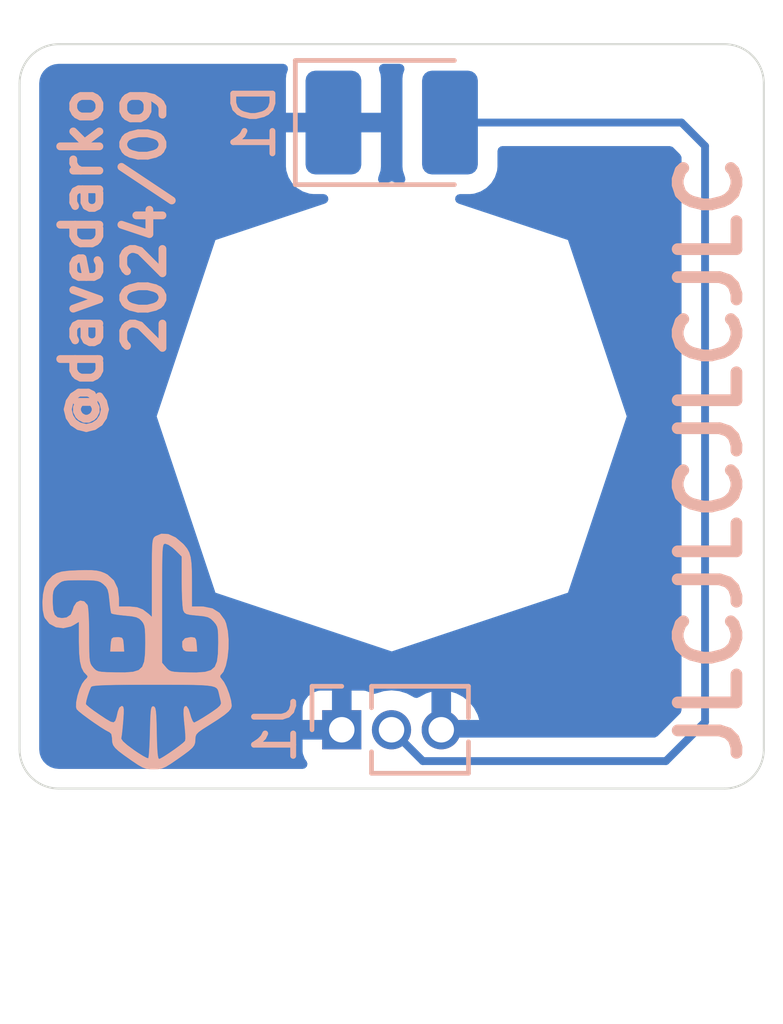
<source format=kicad_pcb>
(kicad_pcb (version 20240108) (generator "pcbnew") (generator_version "8.0")
  (layers (0 "F.Cu" signal) (31 "B.Cu" signal) (34 "B.Paste" user) (35 "F.Paste" user) (36 "B.SilkS" user "B.Silkscreen") (37 "F.SilkS" user "F.Silkscreen") (38 "B.Mask" user) (39 "F.Mask" user) (44 "Edge.Cuts" user))
  (net 0 "")
  (net 1 "VCC")
  (net 2 "GND")
  (footprint "LED_SMD:LED_1210_3225Metric_Pad1.42x2.65mm_HandSolder" (layer "B.Cu") (at 10 2.5)
    (property "Reference" "D1" (at -3.5 0 90) (layer "B.SilkS") (effects (justify mirror)))
    (property "Value" "LED")
    (fp_line (start -2.46 -1.585) (end -2.46 1.585) (stroke (width 0.12)) (layer "B.SilkS"))
    (fp_line (start -2.46 1.585) (end 1.6 1.585) (stroke (width 0.12)) (layer "B.SilkS"))
    (fp_line (start 1.6 -1.585) (end -2.46 -1.585) (stroke (width 0.12)) (layer "B.SilkS"))
    (pad "1" smd roundrect (at -1.4875 0) (size 1.425 2.65) (layers "B.Cu" "B.Paste" "B.Mask") (roundrect_rratio 0.175439) (net 2 "GND"))
    (pad "2" smd roundrect (at 1.4875 0) (size 1.425 2.65) (layers "B.Cu" "B.Paste" "B.Mask") (roundrect_rratio 0.175439) (net 1 "VCC"))
  )
  (footprint "davedarko:davedarko_logo_silk_outline" (layer "B.Cu") (at 3.5 16 180)
    (property "Reference" "Ref**" (hide yes))
    (property "Value" "Val**" (hide yes))
    (fp_poly (pts (xy 0.601261 0.354649) (xy 0.646236 0.323337) (xy 0.664104 0.242256) (xy 0.669184 0.179917) (xy 0.682201 0) (xy 0.333798 0) (xy 0.346816 0.179917) (xy 0.359246 0.292707) (xy 0.388785 0.344569) (xy 0.456612 0.359142) (xy 0.508 0.359833) (xy 0.601261 0.354649)) (stroke (width 0.01)) (fill solid) (layer "B.SilkS"))
    (fp_poly (pts (xy -1.225178 0.332348) (xy -1.156659 0.252074) (xy -1.156377 0.122284) (xy -1.15874 0.112386) (xy -1.188279 0.039258) (xy -1.246032 0.007096) (xy -1.357907 0) (xy -1.528868 0) (xy -1.515851 0.179917) (xy -1.5033 0.292747) (xy -1.473815 0.344621) (xy -1.40683 0.359168) (xy -1.359281 0.359833) (xy -1.225178 0.332348)) (stroke (width 0.01)) (fill solid) (layer "B.SilkS"))
    (fp_poly (pts (xy -0.475086 2.939766) (xy -0.445363 2.916631) (xy -0.422667 2.88707) (xy -0.406052 2.840351) (xy -0.394569 2.765739) (xy -0.387271 2.652501) (xy -0.38321 2.489903) (xy -0.381439 2.267211) (xy -0.381009 1.973692) (xy -0.381 1.874054) (xy -0.381 0.874242) (xy -0.28575 0.960997) (xy -0.145494 1.067104) (xy 0.001808 1.123629) (xy 0.190337 1.142633) (xy 0.23005 1.143) (xy 0.465667 1.143) (xy 0.465667 1.356353) (xy 0.498547 1.609061) (xy 0.595652 1.810391) (xy 0.754683 1.956317) (xy 0.831739 1.996788) (xy 0.931201 2.034914) (xy 1.035305 2.058471) (xy 1.165749 2.069737) (xy 1.344234 2.070991) (xy 1.503448 2.067306) (xy 1.746902 2.055877) (xy 1.924691 2.03342) (xy 2.055732 1.992724) (xy 2.158939 1.926575) (xy 2.253228 1.827761) (xy 2.304367 1.761943) (xy 2.361332 1.636446) (xy 2.398118 1.457813) (xy 2.413149 1.255507) (xy 2.404846 1.05899) (xy 2.371634 0.897724) (xy 2.352992 0.853419) (xy 2.234215 0.708194) (xy 2.070257 0.620883) (xy 1.882064 0.596524) (xy 1.690582 0.64016) (xy 1.61925 0.67687) (xy 1.481667 0.760756) (xy 1.481667 0.252018) (xy 1.475347 -0.035964) (xy 1.454557 -0.25275) (xy 1.416544 -0.410994) (xy 1.358558 -0.523353) (xy 1.29959 -0.585718) (xy 1.259512 -0.630769) (xy 1.274614 -0.676049) (xy 1.333557 -0.733885) (xy 1.402547 -0.82818) (xy 1.46647 -0.969736) (xy 1.518061 -1.132461) (xy 1.550055 -1.290265) (xy 1.555188 -1.417058) (xy 1.539303 -1.47277) (xy 1.485455 -1.526718) (xy 1.378891 -1.612487) (xy 1.238537 -1.716776) (xy 1.083319 -1.826284) (xy 0.932161 -1.927709) (xy 0.80399 -2.007751) (xy 0.717731 -2.053109) (xy 0.709083 -2.056259) (xy 0.654904 -2.104812) (xy 0.635364 -2.214256) (xy 0.635 -2.23914) (xy 0.629878 -2.321185) (xy 0.607386 -2.391534) (xy 0.556833 -2.461829) (xy 0.467528 -2.543715) (xy 0.328781 -2.648834) (xy 0.130944 -2.788106) (xy -0.026076 -2.893794) (xy -0.140584 -2.958454) (xy -0.2377 -2.991994) (xy -0.342543 -3.004325) (xy -0.420514 -3.005667) (xy -0.538351 -3.001763) (xy -0.634427 -2.983701) (xy -0.732197 -2.941956) (xy -0.855121 -2.867001) (xy -0.991631 -2.773732) (xy -1.185839 -2.637081) (xy -1.320675 -2.536109) (xy -1.406996 -2.459206) (xy -1.455661 -2.394761) (xy -1.477526 -2.331165) (xy -1.483451 -2.256809) (xy -1.483593 -2.247689) (xy -1.488945 -2.173968) (xy -1.51198 -2.115441) (xy -1.566433 -2.057582) (xy -1.666041 -1.985864) (xy -1.824539 -1.885761) (xy -1.827654 -1.883833) (xy -2.060021 -1.736221) (xy -2.226072 -1.620616) (xy -2.334469 -1.5297) (xy -2.393874 -1.456151) (xy -2.412949 -1.39265) (xy -2.413 -1.389169) (xy -2.405966 -1.335566) (xy -2.144521 -1.335566) (xy -2.117813 -1.387107) (xy -2.049135 -1.450543) (xy -1.926429 -1.538244) (xy -1.831941 -1.601046) (xy -1.681921 -1.696492) (xy -1.556096 -1.770927) (xy -1.4726 -1.813895) (xy -1.451685 -1.820333) (xy -1.41651 -1.782866) (xy -1.376731 -1.686913) (xy -1.354667 -1.608667) (xy -1.311542 -1.475189) (xy -1.264092 -1.404383) (xy -1.244611 -1.397) (xy -1.210653 -1.414362) (xy -1.192425 -1.473715) (xy -1.189477 -1.585957) (xy -1.201361 -1.761989) (xy -1.221498 -1.958334) (xy -1.234037 -2.10886) (xy -1.236163 -2.226849) (xy -1.227605 -2.2861) (xy -1.178122 -2.334936) (xy -1.079667 -2.412924) (xy -0.952385 -2.506022) (xy -0.816421 -2.600189) (xy -0.691919 -2.681384) (xy -0.599027 -2.735565) (xy -0.561992 -2.750036) (xy -0.540569 -2.726224) (xy -0.524146 -2.647911) (xy -0.511956 -2.507063) (xy -0.503232 -2.295647) (xy -0.498492 -2.085453) (xy -0.49307 -1.831217) (xy -0.48614 -1.649514) (xy -0.476238 -1.528207) (xy -0.461903 -1.455162) (xy -0.441672 -1.418245) (xy -0.416594 -1.405756) (xy -0.389608 -1.408584) (xy -0.369856 -1.436875) (xy -0.355782 -1.50241) (xy -0.345832 -1.616973) (xy -0.33845 -1.792347) (xy -0.332083 -2.040316) (xy -0.331928 -2.047352) (xy -0.325152 -2.274872) (xy -0.315944 -2.471932) (xy -0.30528 -2.623256) (xy -0.294137 -2.713567) (xy -0.288179 -2.731676) (xy -0.243534 -2.721293) (xy -0.146824 -2.669815) (xy -0.014115 -2.586409) (xy 0.083813 -2.519435) (xy 0.257136 -2.391098) (xy 0.362403 -2.297245) (xy 0.405887 -2.231816) (xy 0.406428 -2.207891) (xy 0.394147 -2.13537) (xy 0.378745 -2.002596) (xy 0.362912 -1.833783) (xy 0.357513 -1.767417) (xy 0.345433 -1.58765) (xy 0.344371 -1.476514) (xy 0.355845 -1.418503) (xy 0.381374 -1.398116) (xy 0.393796 -1.397) (xy 0.449939 -1.435782) (xy 0.488863 -1.534583) (xy 0.522895 -1.686404) (xy 0.555523 -1.778881) (xy 0.601591 -1.814887) (xy 0.675947 -1.797301) (xy 0.793434 -1.728997) (xy 0.951748 -1.624256) (xy 1.102351 -1.520201) (xy 1.222093 -1.430181) (xy 1.29596 -1.36592) (xy 1.312333 -1.34264) (xy 1.298528 -1.258552) (xy 1.264773 -1.13525) (xy 1.222557 -1.0092) (xy 1.18337 -0.916868) (xy 1.172738 -0.899583) (xy 1.141991 -0.884948) (xy 1.069748 -0.87305) (xy 0.949448 -0.863669) (xy 0.774531 -0.856583) (xy 0.538439 -0.851571) (xy 0.234611 -0.848414) (xy -0.143512 -0.846889) (xy -0.399259 -0.846667) (xy -0.814844 -0.846822) (xy -1.153849 -0.847995) (xy -1.42436 -0.851249) (xy -1.634463 -0.857647) (xy -1.792245 -0.868252) (xy -1.905792 -0.884125) (xy -1.98319 -0.906329) (xy -2.032526 -0.935927) (xy -2.061886 -0.973982) (xy -2.079356 -1.021556) (xy -2.090594 -1.068917) (xy -2.120049 -1.196027) (xy -2.141312 -1.283546) (xy -2.144521 -1.335566) (xy -2.405966 -1.335566) (xy -2.394963 -1.251718) (xy -2.348485 -1.08382) (xy -2.285019 -0.917354) (xy -2.216018 -0.784198) (xy -2.177876 -0.734694) (xy -2.118782 -0.656718) (xy -2.122806 -0.610069) (xy -2.123808 -0.60942) (xy -2.201355 -0.518219) (xy -2.262455 -0.362718) (xy -2.305635 -0.161946) (xy -2.329422 0.065066) (xy -2.331277 0.213755) (xy -2.074333 0.213755) (xy -2.068176 -0.058577) (xy -2.042294 -0.257951) (xy -1.985573 -0.395159) (xy -1.886897 -0.480993) (xy -1.735152 -0.526243) (xy -1.519223 -0.541702) (xy -1.297999 -0.539995) (xy -1.094849 -0.534202) (xy -0.958032 -0.525441) (xy -0.869224 -0.509479) (xy -0.810101 -0.482083) (xy -0.762339 -0.439017) (xy -0.737082 -0.410389) (xy -0.635 -0.291612) (xy -0.635 0.197559) (xy -0.211667 0.197559) (xy -0.206612 -0.06789) (xy -0.18395 -0.262121) (xy -0.132434 -0.395802) (xy -0.040818 -0.479603) (xy 0.102146 -0.524193) (xy 0.307704 -0.540242) (xy 0.564668 -0.538908) (xy 0.767767 -0.533612) (xy 0.904525 -0.525216) (xy 0.99326 -0.509524) (xy 1.052289 -0.482338) (xy 1.099932 -0.439461) (xy 1.125585 -0.410389) (xy 1.163319 -0.363082) (xy 1.190387 -0.313309) (xy 1.208559 -0.246899) (xy 1.219604 -0.149682) (xy 1.225289 -0.007489) (xy 1.227385 0.193851) (xy 1.227667 0.407311) (xy 1.23008 0.647067) (xy 1.236751 0.861021) (xy 1.246827 1.033105) (xy 1.259457 1.147253) (xy 1.268824 1.183136) (xy 1.352004 1.274289) (xy 1.450582 1.294174) (xy 1.544748 1.248519) (xy 1.614689 1.143055) (xy 1.632938 1.077839) (xy 1.689821 0.938) (xy 1.799227 0.863118) (xy 1.92036 0.846667) (xy 2.032978 0.866917) (xy 2.106152 0.935105) (xy 2.146078 1.062384) (xy 2.158952 1.25991) (xy 2.159 1.27628) (xy 2.155761 1.437695) (xy 2.140649 1.542021) (xy 2.105569 1.616753) (xy 2.042426 1.689383) (xy 2.035256 1.69659) (xy 1.977954 1.750721) (xy 1.923077 1.786195) (xy 1.851856 1.806953) (xy 1.745522 1.816936) (xy 1.585302 1.820085) (xy 1.445838 1.820333) (xy 1.238453 1.818985) (xy 1.096621 1.812685) (xy 1.001243 1.798054) (xy 0.933218 1.771712) (xy 0.873447 1.730278) (xy 0.85613 1.715967) (xy 0.788764 1.649636) (xy 0.747092 1.573838) (xy 0.721479 1.462782) (xy 0.703925 1.308479) (xy 0.687584 1.155263) (xy 0.671017 1.03651) (xy 0.657614 0.976236) (xy 0.656791 0.974677) (xy 0.608474 0.956957) (xy 0.497492 0.937612) (xy 0.345686 0.920257) (xy 0.308331 0.917012) (xy 0.133097 0.898997) (xy 0.019143 0.874973) (xy -0.056905 0.837471) (xy -0.116417 0.78132) (xy -0.158331 0.726225) (xy -0.185822 0.663139) (xy -0.201877 0.573756) (xy -0.209484 0.439768) (xy -0.21163 0.242867) (xy -0.211667 0.197559) (xy -0.635 0.197559) (xy -0.635 1.230027) (xy -0.63508 1.628653) (xy -0.635641 1.950765) (xy -0.637162 2.204518) (xy -0.640125 2.398064) (xy -0.645009 2.539556) (xy -0.652295 2.637149) (xy -0.662464 2.698995) (xy -0.675995 2.733249) (xy -0.693369 2.748062) (xy -0.715066 2.75159) (xy -0.724647 2.751667) (xy -0.803767 2.722989) (xy -0.909835 2.649438) (xy -0.978647 2.587314) (xy -1.143 2.422961) (xy -1.143 1.785736) (xy -1.145519 1.553938) (xy -1.152448 1.34547) (xy -1.162848 1.178227) (xy -1.175778 1.070104) (xy -1.18184 1.046356) (xy -1.210781 0.992473) (xy -1.260699 0.958527) (xy -1.351889 0.937087) (xy -1.504644 0.920725) (xy -1.53109 0.9185) (xy -1.698488 0.901042) (xy -1.80741 0.876327) (xy -1.884014 0.834841) (xy -1.95446 0.767066) (xy -1.957917 0.763232) (xy -2.011388 0.698625) (xy -2.045366 0.634946) (xy -2.06425 0.55144) (xy -2.072436 0.427352) (xy -2.074322 0.241926) (xy -2.074333 0.213755) (xy -2.331277 0.213755) (xy -2.332345 0.299287) (xy -2.312929 0.521687) (xy -2.269704 0.713236) (xy -2.233083 0.802815) (xy -2.102551 0.981326) (xy -1.92551 1.09279) (xy -1.69589 1.140573) (xy -1.619911 1.143) (xy -1.397 1.143) (xy -1.397 1.754078) (xy -1.39451 2.033696) (xy -1.384655 2.244499) (xy -1.363856 2.402255) (xy -1.328534 2.52273) (xy -1.275111 2.621692) (xy -1.200007 2.714908) (xy -1.172154 2.744695) (xy -0.982941 2.905032) (xy -0.796668 2.991133) (xy -0.621151 3.000809) (xy -0.475086 2.939766)) (stroke (width 0.01)) (fill solid) (layer "B.SilkS"))
  )
  (footprint "Connector_PinHeader_1.27mm:PinHeader_1x03_P1.27mm_Vertical" (layer "B.Cu") (at 8.725 18 -90)
    (property "Reference" "J1" (at 0 1.695 90) (layer "B.SilkS") (effects (justify mirror)))
    (property "Value" "Conn_01x03_Socket")
    (fp_line (start -1.11 0.76) (end -1.11 0) (stroke (width 0.12)) (layer "B.SilkS"))
    (fp_line (start 0 0.76) (end -1.11 0.76) (stroke (width 0.12)) (layer "B.SilkS"))
    (fp_line (start -0.563471 -0.76) (end -1.11 -0.76) (stroke (width 0.12)) (layer "B.SilkS"))
    (fp_line (start 1.11 -0.76) (end 0.563471 -0.76) (stroke (width 0.12)) (layer "B.SilkS"))
    (fp_line (start -1.11 -3.235) (end -1.11 -0.76) (stroke (width 0.12)) (layer "B.SilkS"))
    (fp_line (start -0.30753 -3.235) (end -1.11 -3.235) (stroke (width 0.12)) (layer "B.SilkS"))
    (fp_line (start 1.11 -3.235) (end 1.11 -0.76) (stroke (width 0.12)) (layer "B.SilkS"))
    (fp_line (start 1.11 -3.235) (end 0.30753 -3.235) (stroke (width 0.12)) (layer "B.SilkS"))
    (pad "1" thru_hole rect (at 0 0 270) (size 1 1) (drill 0.65) (layers "*.Cu" "*.Mask") (net 2 "GND"))
    (pad "2" thru_hole oval (at 0 -1.27 270) (size 1 1) (drill 0.65) (layers "*.Cu" "*.Mask") (net 1 "VCC"))
    (pad "3" thru_hole oval (at 0 -2.54 270) (size 1 1) (drill 0.65) (layers "*.Cu" "*.Mask") (net 2 "GND"))
  )
  (gr_arc (start 0.5 1.5) (mid 0.792893 0.792893) (end 1.5 0.5) (stroke (width 0.05)) (layer "Edge.Cuts"))
  (gr_line (start 19.5 18.5) (end 19.5 1.5) (stroke (width 0.05)) (layer "Edge.Cuts"))
  (gr_line (start 18.5 0.5) (end 1.5 0.5) (stroke (width 0.05)) (layer "Edge.Cuts"))
  (gr_arc (start 18.5 0.5) (mid 19.207107 0.792893) (end 19.5 1.5) (stroke (width 0.05)) (layer "Edge.Cuts"))
  (gr_arc (start 19.5 18.5) (mid 19.207107 19.207107) (end 18.5 19.5) (stroke (width 0.05)) (layer "Edge.Cuts"))
  (gr_line (start 1.5 19.5) (end 18.5 19.5) (stroke (width 0.05)) (layer "Edge.Cuts"))
  (gr_arc (start 1.5 19.5) (mid 0.792893 19.207107) (end 0.5 18.5) (stroke (width 0.05)) (layer "Edge.Cuts"))
  (gr_line (start 0.5 1.5) (end 0.5 18.5) (stroke (width 0.05)) (layer "Edge.Cuts"))
  (gr_text "@davedarko\n2024/09" (at 1.5 1.5 90) (layer "B.SilkS") (effects (font (size 1 1) (thickness 0.2) (bold yes)) (justify right top)))
  (gr_text "JLCJLCJLCJLC" (at 19 19 90) (layer "B.SilkS") (effects (font (size 1.5 1.5) (thickness 0.3) (bold yes)) (justify left bottom)))
  (segment (start 18 17.8) (end 17 18.8) (width 0.2) (layer "B.Cu") (net 1))
  (segment (start 18 3.1) (end 18 17.8) (width 0.2) (layer "B.Cu") (net 1))
  (segment (start 17 18.8) (end 10.795 18.8) (width 0.2) (layer "B.Cu") (net 1))
  (segment (start 10.795 18.8) (end 9.995 18) (width 0.2) (layer "B.Cu") (net 1))
  (segment (start 17.4 2.5) (end 18 3.1) (width 0.2) (layer "B.Cu") (net 1))
  (segment (start 11.4875 2.5) (end 17.4 2.5) (width 0.2) (layer "B.Cu") (net 1))
  (zone (net 0) (net_name "") (layer "B.Cu") (connect_pads (clearance 0)) (min_thickness 0.25)
    (keepout (tracks not_allowed) (vias not_allowed) (pads not_allowed) (copperpour not_allowed) (footprints allowed))
    (fill (thermal_gap 0.5) (thermal_bridge_width 0.5))
    (polygon (pts (xy 14.5 14.5) (xy 16 10) (xy 14.5 5.5) (xy 10 4) (xy 5.5 5.5) (xy 4 10) (xy 5.5 14.5) (xy 10 16)))
  )
  (zone (net 2) (net_name "GND") (layer "B.Cu") (connect_pads (clearance 0.5)) (min_thickness 0.25) (fill yes (thermal_gap 0.5) (thermal_bridge_width 0.5))
    (polygon (pts (xy 20 0) (xy 20 20) (xy 0 20) (xy 0 0)))
  )
)
</source>
